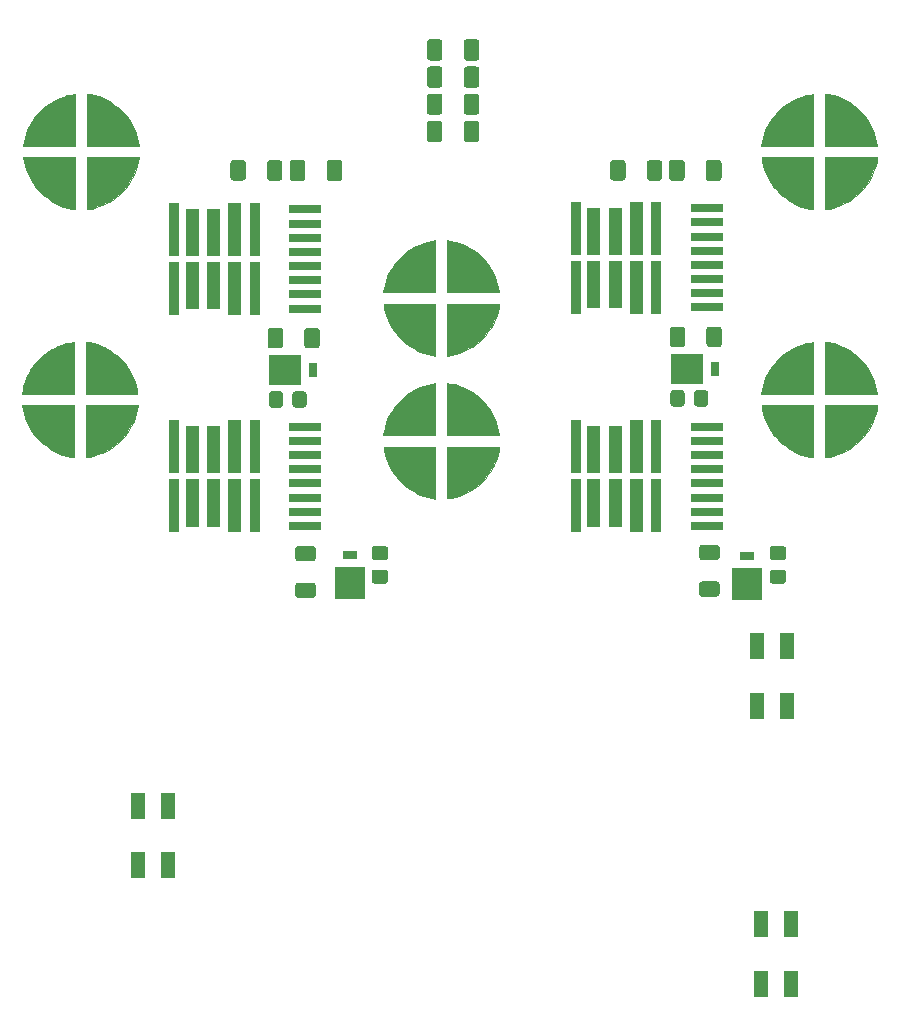
<source format=gtp>
G04 #@! TF.GenerationSoftware,KiCad,Pcbnew,(5.1.6)-1*
G04 #@! TF.CreationDate,2021-04-15T23:42:56+02:00*
G04 #@! TF.ProjectId,ThreePhaseInverter,54687265-6550-4686-9173-65496e766572,rev?*
G04 #@! TF.SameCoordinates,Original*
G04 #@! TF.FileFunction,Paste,Top*
G04 #@! TF.FilePolarity,Positive*
%FSLAX46Y46*%
G04 Gerber Fmt 4.6, Leading zero omitted, Abs format (unit mm)*
G04 Created by KiCad (PCBNEW (5.1.6)-1) date 2021-04-15 23:42:56*
%MOMM*%
%LPD*%
G01*
G04 APERTURE LIST*
%ADD10C,0.100000*%
%ADD11C,0.150000*%
%ADD12R,2.700000X0.800000*%
%ADD13R,1.270000X2.290000*%
%ADD14R,1.270000X0.762000*%
%ADD15R,2.540000X2.670000*%
%ADD16R,0.762000X1.270000*%
%ADD17R,2.670000X2.540000*%
G04 APERTURE END LIST*
D10*
G36*
X57900000Y-91100000D02*
G01*
X58175000Y-91150000D01*
X58525000Y-91225000D01*
X58875000Y-91325000D01*
X59175000Y-91425000D01*
X59425000Y-91525000D01*
X59650000Y-91650000D01*
X60050000Y-91900000D01*
X60225000Y-92025000D01*
X60600000Y-92300000D01*
X61100000Y-92800000D01*
X61275000Y-93025000D01*
X61425000Y-93225000D01*
X61550000Y-93425000D01*
X61675000Y-93650000D01*
X61800000Y-93900000D01*
X61925000Y-94175000D01*
X62050000Y-94525000D01*
X62150000Y-94850000D01*
X62225000Y-95175000D01*
X62275000Y-95500000D01*
X57900000Y-95500000D01*
X57900000Y-91100000D01*
G37*
X57900000Y-91100000D02*
X58175000Y-91150000D01*
X58525000Y-91225000D01*
X58875000Y-91325000D01*
X59175000Y-91425000D01*
X59425000Y-91525000D01*
X59650000Y-91650000D01*
X60050000Y-91900000D01*
X60225000Y-92025000D01*
X60600000Y-92300000D01*
X61100000Y-92800000D01*
X61275000Y-93025000D01*
X61425000Y-93225000D01*
X61550000Y-93425000D01*
X61675000Y-93650000D01*
X61800000Y-93900000D01*
X61925000Y-94175000D01*
X62050000Y-94525000D01*
X62150000Y-94850000D01*
X62225000Y-95175000D01*
X62275000Y-95500000D01*
X57900000Y-95500000D01*
X57900000Y-91100000D01*
G36*
X62300000Y-96500000D02*
G01*
X62250000Y-96775000D01*
X62175000Y-97125000D01*
X62075000Y-97475000D01*
X61975000Y-97775000D01*
X61875000Y-98025000D01*
X61750000Y-98250000D01*
X61500000Y-98650000D01*
X61375000Y-98825000D01*
X61100000Y-99200000D01*
X60600000Y-99700000D01*
X60375000Y-99875000D01*
X60175000Y-100025000D01*
X59975000Y-100150000D01*
X59750000Y-100275000D01*
X59500000Y-100400000D01*
X59225000Y-100525000D01*
X58875000Y-100650000D01*
X58550000Y-100750000D01*
X58225000Y-100825000D01*
X57900000Y-100875000D01*
X57900000Y-96500000D01*
X62300000Y-96500000D01*
G37*
X62300000Y-96500000D02*
X62250000Y-96775000D01*
X62175000Y-97125000D01*
X62075000Y-97475000D01*
X61975000Y-97775000D01*
X61875000Y-98025000D01*
X61750000Y-98250000D01*
X61500000Y-98650000D01*
X61375000Y-98825000D01*
X61100000Y-99200000D01*
X60600000Y-99700000D01*
X60375000Y-99875000D01*
X60175000Y-100025000D01*
X59975000Y-100150000D01*
X59750000Y-100275000D01*
X59500000Y-100400000D01*
X59225000Y-100525000D01*
X58875000Y-100650000D01*
X58550000Y-100750000D01*
X58225000Y-100825000D01*
X57900000Y-100875000D01*
X57900000Y-96500000D01*
X62300000Y-96500000D01*
G36*
X52500000Y-95500000D02*
G01*
X52550000Y-95225000D01*
X52625000Y-94875000D01*
X52725000Y-94525000D01*
X52825000Y-94225000D01*
X52925000Y-93975000D01*
X53050000Y-93750000D01*
X53300000Y-93350000D01*
X53425000Y-93175000D01*
X53700000Y-92800000D01*
X54200000Y-92300000D01*
X54425000Y-92125000D01*
X54625000Y-91975000D01*
X54825000Y-91850000D01*
X55050000Y-91725000D01*
X55300000Y-91600000D01*
X55575000Y-91475000D01*
X55925000Y-91350000D01*
X56250000Y-91250000D01*
X56575000Y-91175000D01*
X56900000Y-91125000D01*
X56900000Y-95500000D01*
X52500000Y-95500000D01*
G37*
X52500000Y-95500000D02*
X52550000Y-95225000D01*
X52625000Y-94875000D01*
X52725000Y-94525000D01*
X52825000Y-94225000D01*
X52925000Y-93975000D01*
X53050000Y-93750000D01*
X53300000Y-93350000D01*
X53425000Y-93175000D01*
X53700000Y-92800000D01*
X54200000Y-92300000D01*
X54425000Y-92125000D01*
X54625000Y-91975000D01*
X54825000Y-91850000D01*
X55050000Y-91725000D01*
X55300000Y-91600000D01*
X55575000Y-91475000D01*
X55925000Y-91350000D01*
X56250000Y-91250000D01*
X56575000Y-91175000D01*
X56900000Y-91125000D01*
X56900000Y-95500000D01*
X52500000Y-95500000D01*
G36*
X56900000Y-100900000D02*
G01*
X56625000Y-100850000D01*
X56275000Y-100775000D01*
X55925000Y-100675000D01*
X55625000Y-100575000D01*
X55375000Y-100475000D01*
X55150000Y-100350000D01*
X54750000Y-100100000D01*
X54575000Y-99975000D01*
X54200000Y-99700000D01*
X53700000Y-99200000D01*
X53525000Y-98975000D01*
X53375000Y-98775000D01*
X53250000Y-98575000D01*
X53125000Y-98350000D01*
X53000000Y-98100000D01*
X52875000Y-97825000D01*
X52750000Y-97475000D01*
X52650000Y-97150000D01*
X52575000Y-96825000D01*
X52525000Y-96500000D01*
X56900000Y-96500000D01*
X56900000Y-100900000D01*
G37*
X56900000Y-100900000D02*
X56625000Y-100850000D01*
X56275000Y-100775000D01*
X55925000Y-100675000D01*
X55625000Y-100575000D01*
X55375000Y-100475000D01*
X55150000Y-100350000D01*
X54750000Y-100100000D01*
X54575000Y-99975000D01*
X54200000Y-99700000D01*
X53700000Y-99200000D01*
X53525000Y-98975000D01*
X53375000Y-98775000D01*
X53250000Y-98575000D01*
X53125000Y-98350000D01*
X53000000Y-98100000D01*
X52875000Y-97825000D01*
X52750000Y-97475000D01*
X52650000Y-97150000D01*
X52575000Y-96825000D01*
X52525000Y-96500000D01*
X56900000Y-96500000D01*
X56900000Y-100900000D01*
G36*
X58000000Y-70100000D02*
G01*
X58275000Y-70150000D01*
X58625000Y-70225000D01*
X58975000Y-70325000D01*
X59275000Y-70425000D01*
X59525000Y-70525000D01*
X59750000Y-70650000D01*
X60150000Y-70900000D01*
X60325000Y-71025000D01*
X60700000Y-71300000D01*
X61200000Y-71800000D01*
X61375000Y-72025000D01*
X61525000Y-72225000D01*
X61650000Y-72425000D01*
X61775000Y-72650000D01*
X61900000Y-72900000D01*
X62025000Y-73175000D01*
X62150000Y-73525000D01*
X62250000Y-73850000D01*
X62325000Y-74175000D01*
X62375000Y-74500000D01*
X58000000Y-74500000D01*
X58000000Y-70100000D01*
G37*
X58000000Y-70100000D02*
X58275000Y-70150000D01*
X58625000Y-70225000D01*
X58975000Y-70325000D01*
X59275000Y-70425000D01*
X59525000Y-70525000D01*
X59750000Y-70650000D01*
X60150000Y-70900000D01*
X60325000Y-71025000D01*
X60700000Y-71300000D01*
X61200000Y-71800000D01*
X61375000Y-72025000D01*
X61525000Y-72225000D01*
X61650000Y-72425000D01*
X61775000Y-72650000D01*
X61900000Y-72900000D01*
X62025000Y-73175000D01*
X62150000Y-73525000D01*
X62250000Y-73850000D01*
X62325000Y-74175000D01*
X62375000Y-74500000D01*
X58000000Y-74500000D01*
X58000000Y-70100000D01*
G36*
X62400000Y-75500000D02*
G01*
X62350000Y-75775000D01*
X62275000Y-76125000D01*
X62175000Y-76475000D01*
X62075000Y-76775000D01*
X61975000Y-77025000D01*
X61850000Y-77250000D01*
X61600000Y-77650000D01*
X61475000Y-77825000D01*
X61200000Y-78200000D01*
X60700000Y-78700000D01*
X60475000Y-78875000D01*
X60275000Y-79025000D01*
X60075000Y-79150000D01*
X59850000Y-79275000D01*
X59600000Y-79400000D01*
X59325000Y-79525000D01*
X58975000Y-79650000D01*
X58650000Y-79750000D01*
X58325000Y-79825000D01*
X58000000Y-79875000D01*
X58000000Y-75500000D01*
X62400000Y-75500000D01*
G37*
X62400000Y-75500000D02*
X62350000Y-75775000D01*
X62275000Y-76125000D01*
X62175000Y-76475000D01*
X62075000Y-76775000D01*
X61975000Y-77025000D01*
X61850000Y-77250000D01*
X61600000Y-77650000D01*
X61475000Y-77825000D01*
X61200000Y-78200000D01*
X60700000Y-78700000D01*
X60475000Y-78875000D01*
X60275000Y-79025000D01*
X60075000Y-79150000D01*
X59850000Y-79275000D01*
X59600000Y-79400000D01*
X59325000Y-79525000D01*
X58975000Y-79650000D01*
X58650000Y-79750000D01*
X58325000Y-79825000D01*
X58000000Y-79875000D01*
X58000000Y-75500000D01*
X62400000Y-75500000D01*
G36*
X52600000Y-74500000D02*
G01*
X52650000Y-74225000D01*
X52725000Y-73875000D01*
X52825000Y-73525000D01*
X52925000Y-73225000D01*
X53025000Y-72975000D01*
X53150000Y-72750000D01*
X53400000Y-72350000D01*
X53525000Y-72175000D01*
X53800000Y-71800000D01*
X54300000Y-71300000D01*
X54525000Y-71125000D01*
X54725000Y-70975000D01*
X54925000Y-70850000D01*
X55150000Y-70725000D01*
X55400000Y-70600000D01*
X55675000Y-70475000D01*
X56025000Y-70350000D01*
X56350000Y-70250000D01*
X56675000Y-70175000D01*
X57000000Y-70125000D01*
X57000000Y-74500000D01*
X52600000Y-74500000D01*
G37*
X52600000Y-74500000D02*
X52650000Y-74225000D01*
X52725000Y-73875000D01*
X52825000Y-73525000D01*
X52925000Y-73225000D01*
X53025000Y-72975000D01*
X53150000Y-72750000D01*
X53400000Y-72350000D01*
X53525000Y-72175000D01*
X53800000Y-71800000D01*
X54300000Y-71300000D01*
X54525000Y-71125000D01*
X54725000Y-70975000D01*
X54925000Y-70850000D01*
X55150000Y-70725000D01*
X55400000Y-70600000D01*
X55675000Y-70475000D01*
X56025000Y-70350000D01*
X56350000Y-70250000D01*
X56675000Y-70175000D01*
X57000000Y-70125000D01*
X57000000Y-74500000D01*
X52600000Y-74500000D01*
G36*
X57000000Y-79900000D02*
G01*
X56725000Y-79850000D01*
X56375000Y-79775000D01*
X56025000Y-79675000D01*
X55725000Y-79575000D01*
X55475000Y-79475000D01*
X55250000Y-79350000D01*
X54850000Y-79100000D01*
X54675000Y-78975000D01*
X54300000Y-78700000D01*
X53800000Y-78200000D01*
X53625000Y-77975000D01*
X53475000Y-77775000D01*
X53350000Y-77575000D01*
X53225000Y-77350000D01*
X53100000Y-77100000D01*
X52975000Y-76825000D01*
X52850000Y-76475000D01*
X52750000Y-76150000D01*
X52675000Y-75825000D01*
X52625000Y-75500000D01*
X57000000Y-75500000D01*
X57000000Y-79900000D01*
G37*
X57000000Y-79900000D02*
X56725000Y-79850000D01*
X56375000Y-79775000D01*
X56025000Y-79675000D01*
X55725000Y-79575000D01*
X55475000Y-79475000D01*
X55250000Y-79350000D01*
X54850000Y-79100000D01*
X54675000Y-78975000D01*
X54300000Y-78700000D01*
X53800000Y-78200000D01*
X53625000Y-77975000D01*
X53475000Y-77775000D01*
X53350000Y-77575000D01*
X53225000Y-77350000D01*
X53100000Y-77100000D01*
X52975000Y-76825000D01*
X52850000Y-76475000D01*
X52750000Y-76150000D01*
X52675000Y-75825000D01*
X52625000Y-75500000D01*
X57000000Y-75500000D01*
X57000000Y-79900000D01*
G36*
X88500000Y-82500000D02*
G01*
X88775000Y-82550000D01*
X89125000Y-82625000D01*
X89475000Y-82725000D01*
X89775000Y-82825000D01*
X90025000Y-82925000D01*
X90250000Y-83050000D01*
X90650000Y-83300000D01*
X90825000Y-83425000D01*
X91200000Y-83700000D01*
X91700000Y-84200000D01*
X91875000Y-84425000D01*
X92025000Y-84625000D01*
X92150000Y-84825000D01*
X92275000Y-85050000D01*
X92400000Y-85300000D01*
X92525000Y-85575000D01*
X92650000Y-85925000D01*
X92750000Y-86250000D01*
X92825000Y-86575000D01*
X92875000Y-86900000D01*
X88500000Y-86900000D01*
X88500000Y-82500000D01*
G37*
X88500000Y-82500000D02*
X88775000Y-82550000D01*
X89125000Y-82625000D01*
X89475000Y-82725000D01*
X89775000Y-82825000D01*
X90025000Y-82925000D01*
X90250000Y-83050000D01*
X90650000Y-83300000D01*
X90825000Y-83425000D01*
X91200000Y-83700000D01*
X91700000Y-84200000D01*
X91875000Y-84425000D01*
X92025000Y-84625000D01*
X92150000Y-84825000D01*
X92275000Y-85050000D01*
X92400000Y-85300000D01*
X92525000Y-85575000D01*
X92650000Y-85925000D01*
X92750000Y-86250000D01*
X92825000Y-86575000D01*
X92875000Y-86900000D01*
X88500000Y-86900000D01*
X88500000Y-82500000D01*
G36*
X92900000Y-87900000D02*
G01*
X92850000Y-88175000D01*
X92775000Y-88525000D01*
X92675000Y-88875000D01*
X92575000Y-89175000D01*
X92475000Y-89425000D01*
X92350000Y-89650000D01*
X92100000Y-90050000D01*
X91975000Y-90225000D01*
X91700000Y-90600000D01*
X91200000Y-91100000D01*
X90975000Y-91275000D01*
X90775000Y-91425000D01*
X90575000Y-91550000D01*
X90350000Y-91675000D01*
X90100000Y-91800000D01*
X89825000Y-91925000D01*
X89475000Y-92050000D01*
X89150000Y-92150000D01*
X88825000Y-92225000D01*
X88500000Y-92275000D01*
X88500000Y-87900000D01*
X92900000Y-87900000D01*
G37*
X92900000Y-87900000D02*
X92850000Y-88175000D01*
X92775000Y-88525000D01*
X92675000Y-88875000D01*
X92575000Y-89175000D01*
X92475000Y-89425000D01*
X92350000Y-89650000D01*
X92100000Y-90050000D01*
X91975000Y-90225000D01*
X91700000Y-90600000D01*
X91200000Y-91100000D01*
X90975000Y-91275000D01*
X90775000Y-91425000D01*
X90575000Y-91550000D01*
X90350000Y-91675000D01*
X90100000Y-91800000D01*
X89825000Y-91925000D01*
X89475000Y-92050000D01*
X89150000Y-92150000D01*
X88825000Y-92225000D01*
X88500000Y-92275000D01*
X88500000Y-87900000D01*
X92900000Y-87900000D01*
G36*
X83100000Y-86900000D02*
G01*
X83150000Y-86625000D01*
X83225000Y-86275000D01*
X83325000Y-85925000D01*
X83425000Y-85625000D01*
X83525000Y-85375000D01*
X83650000Y-85150000D01*
X83900000Y-84750000D01*
X84025000Y-84575000D01*
X84300000Y-84200000D01*
X84800000Y-83700000D01*
X85025000Y-83525000D01*
X85225000Y-83375000D01*
X85425000Y-83250000D01*
X85650000Y-83125000D01*
X85900000Y-83000000D01*
X86175000Y-82875000D01*
X86525000Y-82750000D01*
X86850000Y-82650000D01*
X87175000Y-82575000D01*
X87500000Y-82525000D01*
X87500000Y-86900000D01*
X83100000Y-86900000D01*
G37*
X83100000Y-86900000D02*
X83150000Y-86625000D01*
X83225000Y-86275000D01*
X83325000Y-85925000D01*
X83425000Y-85625000D01*
X83525000Y-85375000D01*
X83650000Y-85150000D01*
X83900000Y-84750000D01*
X84025000Y-84575000D01*
X84300000Y-84200000D01*
X84800000Y-83700000D01*
X85025000Y-83525000D01*
X85225000Y-83375000D01*
X85425000Y-83250000D01*
X85650000Y-83125000D01*
X85900000Y-83000000D01*
X86175000Y-82875000D01*
X86525000Y-82750000D01*
X86850000Y-82650000D01*
X87175000Y-82575000D01*
X87500000Y-82525000D01*
X87500000Y-86900000D01*
X83100000Y-86900000D01*
G36*
X87500000Y-92300000D02*
G01*
X87225000Y-92250000D01*
X86875000Y-92175000D01*
X86525000Y-92075000D01*
X86225000Y-91975000D01*
X85975000Y-91875000D01*
X85750000Y-91750000D01*
X85350000Y-91500000D01*
X85175000Y-91375000D01*
X84800000Y-91100000D01*
X84300000Y-90600000D01*
X84125000Y-90375000D01*
X83975000Y-90175000D01*
X83850000Y-89975000D01*
X83725000Y-89750000D01*
X83600000Y-89500000D01*
X83475000Y-89225000D01*
X83350000Y-88875000D01*
X83250000Y-88550000D01*
X83175000Y-88225000D01*
X83125000Y-87900000D01*
X87500000Y-87900000D01*
X87500000Y-92300000D01*
G37*
X87500000Y-92300000D02*
X87225000Y-92250000D01*
X86875000Y-92175000D01*
X86525000Y-92075000D01*
X86225000Y-91975000D01*
X85975000Y-91875000D01*
X85750000Y-91750000D01*
X85350000Y-91500000D01*
X85175000Y-91375000D01*
X84800000Y-91100000D01*
X84300000Y-90600000D01*
X84125000Y-90375000D01*
X83975000Y-90175000D01*
X83850000Y-89975000D01*
X83725000Y-89750000D01*
X83600000Y-89500000D01*
X83475000Y-89225000D01*
X83350000Y-88875000D01*
X83250000Y-88550000D01*
X83175000Y-88225000D01*
X83125000Y-87900000D01*
X87500000Y-87900000D01*
X87500000Y-92300000D01*
G36*
X88500000Y-94600000D02*
G01*
X88775000Y-94650000D01*
X89125000Y-94725000D01*
X89475000Y-94825000D01*
X89775000Y-94925000D01*
X90025000Y-95025000D01*
X90250000Y-95150000D01*
X90650000Y-95400000D01*
X90825000Y-95525000D01*
X91200000Y-95800000D01*
X91700000Y-96300000D01*
X91875000Y-96525000D01*
X92025000Y-96725000D01*
X92150000Y-96925000D01*
X92275000Y-97150000D01*
X92400000Y-97400000D01*
X92525000Y-97675000D01*
X92650000Y-98025000D01*
X92750000Y-98350000D01*
X92825000Y-98675000D01*
X92875000Y-99000000D01*
X88500000Y-99000000D01*
X88500000Y-94600000D01*
G37*
X88500000Y-94600000D02*
X88775000Y-94650000D01*
X89125000Y-94725000D01*
X89475000Y-94825000D01*
X89775000Y-94925000D01*
X90025000Y-95025000D01*
X90250000Y-95150000D01*
X90650000Y-95400000D01*
X90825000Y-95525000D01*
X91200000Y-95800000D01*
X91700000Y-96300000D01*
X91875000Y-96525000D01*
X92025000Y-96725000D01*
X92150000Y-96925000D01*
X92275000Y-97150000D01*
X92400000Y-97400000D01*
X92525000Y-97675000D01*
X92650000Y-98025000D01*
X92750000Y-98350000D01*
X92825000Y-98675000D01*
X92875000Y-99000000D01*
X88500000Y-99000000D01*
X88500000Y-94600000D01*
G36*
X92900000Y-100000000D02*
G01*
X92850000Y-100275000D01*
X92775000Y-100625000D01*
X92675000Y-100975000D01*
X92575000Y-101275000D01*
X92475000Y-101525000D01*
X92350000Y-101750000D01*
X92100000Y-102150000D01*
X91975000Y-102325000D01*
X91700000Y-102700000D01*
X91200000Y-103200000D01*
X90975000Y-103375000D01*
X90775000Y-103525000D01*
X90575000Y-103650000D01*
X90350000Y-103775000D01*
X90100000Y-103900000D01*
X89825000Y-104025000D01*
X89475000Y-104150000D01*
X89150000Y-104250000D01*
X88825000Y-104325000D01*
X88500000Y-104375000D01*
X88500000Y-100000000D01*
X92900000Y-100000000D01*
G37*
X92900000Y-100000000D02*
X92850000Y-100275000D01*
X92775000Y-100625000D01*
X92675000Y-100975000D01*
X92575000Y-101275000D01*
X92475000Y-101525000D01*
X92350000Y-101750000D01*
X92100000Y-102150000D01*
X91975000Y-102325000D01*
X91700000Y-102700000D01*
X91200000Y-103200000D01*
X90975000Y-103375000D01*
X90775000Y-103525000D01*
X90575000Y-103650000D01*
X90350000Y-103775000D01*
X90100000Y-103900000D01*
X89825000Y-104025000D01*
X89475000Y-104150000D01*
X89150000Y-104250000D01*
X88825000Y-104325000D01*
X88500000Y-104375000D01*
X88500000Y-100000000D01*
X92900000Y-100000000D01*
G36*
X83100000Y-99000000D02*
G01*
X83150000Y-98725000D01*
X83225000Y-98375000D01*
X83325000Y-98025000D01*
X83425000Y-97725000D01*
X83525000Y-97475000D01*
X83650000Y-97250000D01*
X83900000Y-96850000D01*
X84025000Y-96675000D01*
X84300000Y-96300000D01*
X84800000Y-95800000D01*
X85025000Y-95625000D01*
X85225000Y-95475000D01*
X85425000Y-95350000D01*
X85650000Y-95225000D01*
X85900000Y-95100000D01*
X86175000Y-94975000D01*
X86525000Y-94850000D01*
X86850000Y-94750000D01*
X87175000Y-94675000D01*
X87500000Y-94625000D01*
X87500000Y-99000000D01*
X83100000Y-99000000D01*
G37*
X83100000Y-99000000D02*
X83150000Y-98725000D01*
X83225000Y-98375000D01*
X83325000Y-98025000D01*
X83425000Y-97725000D01*
X83525000Y-97475000D01*
X83650000Y-97250000D01*
X83900000Y-96850000D01*
X84025000Y-96675000D01*
X84300000Y-96300000D01*
X84800000Y-95800000D01*
X85025000Y-95625000D01*
X85225000Y-95475000D01*
X85425000Y-95350000D01*
X85650000Y-95225000D01*
X85900000Y-95100000D01*
X86175000Y-94975000D01*
X86525000Y-94850000D01*
X86850000Y-94750000D01*
X87175000Y-94675000D01*
X87500000Y-94625000D01*
X87500000Y-99000000D01*
X83100000Y-99000000D01*
G36*
X87500000Y-104400000D02*
G01*
X87225000Y-104350000D01*
X86875000Y-104275000D01*
X86525000Y-104175000D01*
X86225000Y-104075000D01*
X85975000Y-103975000D01*
X85750000Y-103850000D01*
X85350000Y-103600000D01*
X85175000Y-103475000D01*
X84800000Y-103200000D01*
X84300000Y-102700000D01*
X84125000Y-102475000D01*
X83975000Y-102275000D01*
X83850000Y-102075000D01*
X83725000Y-101850000D01*
X83600000Y-101600000D01*
X83475000Y-101325000D01*
X83350000Y-100975000D01*
X83250000Y-100650000D01*
X83175000Y-100325000D01*
X83125000Y-100000000D01*
X87500000Y-100000000D01*
X87500000Y-104400000D01*
G37*
X87500000Y-104400000D02*
X87225000Y-104350000D01*
X86875000Y-104275000D01*
X86525000Y-104175000D01*
X86225000Y-104075000D01*
X85975000Y-103975000D01*
X85750000Y-103850000D01*
X85350000Y-103600000D01*
X85175000Y-103475000D01*
X84800000Y-103200000D01*
X84300000Y-102700000D01*
X84125000Y-102475000D01*
X83975000Y-102275000D01*
X83850000Y-102075000D01*
X83725000Y-101850000D01*
X83600000Y-101600000D01*
X83475000Y-101325000D01*
X83350000Y-100975000D01*
X83250000Y-100650000D01*
X83175000Y-100325000D01*
X83125000Y-100000000D01*
X87500000Y-100000000D01*
X87500000Y-104400000D01*
G36*
X120500000Y-70100000D02*
G01*
X120775000Y-70150000D01*
X121125000Y-70225000D01*
X121475000Y-70325000D01*
X121775000Y-70425000D01*
X122025000Y-70525000D01*
X122250000Y-70650000D01*
X122650000Y-70900000D01*
X122825000Y-71025000D01*
X123200000Y-71300000D01*
X123700000Y-71800000D01*
X123875000Y-72025000D01*
X124025000Y-72225000D01*
X124150000Y-72425000D01*
X124275000Y-72650000D01*
X124400000Y-72900000D01*
X124525000Y-73175000D01*
X124650000Y-73525000D01*
X124750000Y-73850000D01*
X124825000Y-74175000D01*
X124875000Y-74500000D01*
X120500000Y-74500000D01*
X120500000Y-70100000D01*
G37*
X120500000Y-70100000D02*
X120775000Y-70150000D01*
X121125000Y-70225000D01*
X121475000Y-70325000D01*
X121775000Y-70425000D01*
X122025000Y-70525000D01*
X122250000Y-70650000D01*
X122650000Y-70900000D01*
X122825000Y-71025000D01*
X123200000Y-71300000D01*
X123700000Y-71800000D01*
X123875000Y-72025000D01*
X124025000Y-72225000D01*
X124150000Y-72425000D01*
X124275000Y-72650000D01*
X124400000Y-72900000D01*
X124525000Y-73175000D01*
X124650000Y-73525000D01*
X124750000Y-73850000D01*
X124825000Y-74175000D01*
X124875000Y-74500000D01*
X120500000Y-74500000D01*
X120500000Y-70100000D01*
G36*
X124900000Y-75500000D02*
G01*
X124850000Y-75775000D01*
X124775000Y-76125000D01*
X124675000Y-76475000D01*
X124575000Y-76775000D01*
X124475000Y-77025000D01*
X124350000Y-77250000D01*
X124100000Y-77650000D01*
X123975000Y-77825000D01*
X123700000Y-78200000D01*
X123200000Y-78700000D01*
X122975000Y-78875000D01*
X122775000Y-79025000D01*
X122575000Y-79150000D01*
X122350000Y-79275000D01*
X122100000Y-79400000D01*
X121825000Y-79525000D01*
X121475000Y-79650000D01*
X121150000Y-79750000D01*
X120825000Y-79825000D01*
X120500000Y-79875000D01*
X120500000Y-75500000D01*
X124900000Y-75500000D01*
G37*
X124900000Y-75500000D02*
X124850000Y-75775000D01*
X124775000Y-76125000D01*
X124675000Y-76475000D01*
X124575000Y-76775000D01*
X124475000Y-77025000D01*
X124350000Y-77250000D01*
X124100000Y-77650000D01*
X123975000Y-77825000D01*
X123700000Y-78200000D01*
X123200000Y-78700000D01*
X122975000Y-78875000D01*
X122775000Y-79025000D01*
X122575000Y-79150000D01*
X122350000Y-79275000D01*
X122100000Y-79400000D01*
X121825000Y-79525000D01*
X121475000Y-79650000D01*
X121150000Y-79750000D01*
X120825000Y-79825000D01*
X120500000Y-79875000D01*
X120500000Y-75500000D01*
X124900000Y-75500000D01*
G36*
X115100000Y-74500000D02*
G01*
X115150000Y-74225000D01*
X115225000Y-73875000D01*
X115325000Y-73525000D01*
X115425000Y-73225000D01*
X115525000Y-72975000D01*
X115650000Y-72750000D01*
X115900000Y-72350000D01*
X116025000Y-72175000D01*
X116300000Y-71800000D01*
X116800000Y-71300000D01*
X117025000Y-71125000D01*
X117225000Y-70975000D01*
X117425000Y-70850000D01*
X117650000Y-70725000D01*
X117900000Y-70600000D01*
X118175000Y-70475000D01*
X118525000Y-70350000D01*
X118850000Y-70250000D01*
X119175000Y-70175000D01*
X119500000Y-70125000D01*
X119500000Y-74500000D01*
X115100000Y-74500000D01*
G37*
X115100000Y-74500000D02*
X115150000Y-74225000D01*
X115225000Y-73875000D01*
X115325000Y-73525000D01*
X115425000Y-73225000D01*
X115525000Y-72975000D01*
X115650000Y-72750000D01*
X115900000Y-72350000D01*
X116025000Y-72175000D01*
X116300000Y-71800000D01*
X116800000Y-71300000D01*
X117025000Y-71125000D01*
X117225000Y-70975000D01*
X117425000Y-70850000D01*
X117650000Y-70725000D01*
X117900000Y-70600000D01*
X118175000Y-70475000D01*
X118525000Y-70350000D01*
X118850000Y-70250000D01*
X119175000Y-70175000D01*
X119500000Y-70125000D01*
X119500000Y-74500000D01*
X115100000Y-74500000D01*
G36*
X119500000Y-79900000D02*
G01*
X119225000Y-79850000D01*
X118875000Y-79775000D01*
X118525000Y-79675000D01*
X118225000Y-79575000D01*
X117975000Y-79475000D01*
X117750000Y-79350000D01*
X117350000Y-79100000D01*
X117175000Y-78975000D01*
X116800000Y-78700000D01*
X116300000Y-78200000D01*
X116125000Y-77975000D01*
X115975000Y-77775000D01*
X115850000Y-77575000D01*
X115725000Y-77350000D01*
X115600000Y-77100000D01*
X115475000Y-76825000D01*
X115350000Y-76475000D01*
X115250000Y-76150000D01*
X115175000Y-75825000D01*
X115125000Y-75500000D01*
X119500000Y-75500000D01*
X119500000Y-79900000D01*
G37*
X119500000Y-79900000D02*
X119225000Y-79850000D01*
X118875000Y-79775000D01*
X118525000Y-79675000D01*
X118225000Y-79575000D01*
X117975000Y-79475000D01*
X117750000Y-79350000D01*
X117350000Y-79100000D01*
X117175000Y-78975000D01*
X116800000Y-78700000D01*
X116300000Y-78200000D01*
X116125000Y-77975000D01*
X115975000Y-77775000D01*
X115850000Y-77575000D01*
X115725000Y-77350000D01*
X115600000Y-77100000D01*
X115475000Y-76825000D01*
X115350000Y-76475000D01*
X115250000Y-76150000D01*
X115175000Y-75825000D01*
X115125000Y-75500000D01*
X119500000Y-75500000D01*
X119500000Y-79900000D01*
G36*
X120500000Y-91100000D02*
G01*
X120775000Y-91150000D01*
X121125000Y-91225000D01*
X121475000Y-91325000D01*
X121775000Y-91425000D01*
X122025000Y-91525000D01*
X122250000Y-91650000D01*
X122650000Y-91900000D01*
X122825000Y-92025000D01*
X123200000Y-92300000D01*
X123700000Y-92800000D01*
X123875000Y-93025000D01*
X124025000Y-93225000D01*
X124150000Y-93425000D01*
X124275000Y-93650000D01*
X124400000Y-93900000D01*
X124525000Y-94175000D01*
X124650000Y-94525000D01*
X124750000Y-94850000D01*
X124825000Y-95175000D01*
X124875000Y-95500000D01*
X120500000Y-95500000D01*
X120500000Y-91100000D01*
G37*
X120500000Y-91100000D02*
X120775000Y-91150000D01*
X121125000Y-91225000D01*
X121475000Y-91325000D01*
X121775000Y-91425000D01*
X122025000Y-91525000D01*
X122250000Y-91650000D01*
X122650000Y-91900000D01*
X122825000Y-92025000D01*
X123200000Y-92300000D01*
X123700000Y-92800000D01*
X123875000Y-93025000D01*
X124025000Y-93225000D01*
X124150000Y-93425000D01*
X124275000Y-93650000D01*
X124400000Y-93900000D01*
X124525000Y-94175000D01*
X124650000Y-94525000D01*
X124750000Y-94850000D01*
X124825000Y-95175000D01*
X124875000Y-95500000D01*
X120500000Y-95500000D01*
X120500000Y-91100000D01*
G36*
X124900000Y-96500000D02*
G01*
X124850000Y-96775000D01*
X124775000Y-97125000D01*
X124675000Y-97475000D01*
X124575000Y-97775000D01*
X124475000Y-98025000D01*
X124350000Y-98250000D01*
X124100000Y-98650000D01*
X123975000Y-98825000D01*
X123700000Y-99200000D01*
X123200000Y-99700000D01*
X122975000Y-99875000D01*
X122775000Y-100025000D01*
X122575000Y-100150000D01*
X122350000Y-100275000D01*
X122100000Y-100400000D01*
X121825000Y-100525000D01*
X121475000Y-100650000D01*
X121150000Y-100750000D01*
X120825000Y-100825000D01*
X120500000Y-100875000D01*
X120500000Y-96500000D01*
X124900000Y-96500000D01*
G37*
X124900000Y-96500000D02*
X124850000Y-96775000D01*
X124775000Y-97125000D01*
X124675000Y-97475000D01*
X124575000Y-97775000D01*
X124475000Y-98025000D01*
X124350000Y-98250000D01*
X124100000Y-98650000D01*
X123975000Y-98825000D01*
X123700000Y-99200000D01*
X123200000Y-99700000D01*
X122975000Y-99875000D01*
X122775000Y-100025000D01*
X122575000Y-100150000D01*
X122350000Y-100275000D01*
X122100000Y-100400000D01*
X121825000Y-100525000D01*
X121475000Y-100650000D01*
X121150000Y-100750000D01*
X120825000Y-100825000D01*
X120500000Y-100875000D01*
X120500000Y-96500000D01*
X124900000Y-96500000D01*
G36*
X115100000Y-95500000D02*
G01*
X115150000Y-95225000D01*
X115225000Y-94875000D01*
X115325000Y-94525000D01*
X115425000Y-94225000D01*
X115525000Y-93975000D01*
X115650000Y-93750000D01*
X115900000Y-93350000D01*
X116025000Y-93175000D01*
X116300000Y-92800000D01*
X116800000Y-92300000D01*
X117025000Y-92125000D01*
X117225000Y-91975000D01*
X117425000Y-91850000D01*
X117650000Y-91725000D01*
X117900000Y-91600000D01*
X118175000Y-91475000D01*
X118525000Y-91350000D01*
X118850000Y-91250000D01*
X119175000Y-91175000D01*
X119500000Y-91125000D01*
X119500000Y-95500000D01*
X115100000Y-95500000D01*
G37*
X115100000Y-95500000D02*
X115150000Y-95225000D01*
X115225000Y-94875000D01*
X115325000Y-94525000D01*
X115425000Y-94225000D01*
X115525000Y-93975000D01*
X115650000Y-93750000D01*
X115900000Y-93350000D01*
X116025000Y-93175000D01*
X116300000Y-92800000D01*
X116800000Y-92300000D01*
X117025000Y-92125000D01*
X117225000Y-91975000D01*
X117425000Y-91850000D01*
X117650000Y-91725000D01*
X117900000Y-91600000D01*
X118175000Y-91475000D01*
X118525000Y-91350000D01*
X118850000Y-91250000D01*
X119175000Y-91175000D01*
X119500000Y-91125000D01*
X119500000Y-95500000D01*
X115100000Y-95500000D01*
G36*
X119500000Y-100900000D02*
G01*
X119225000Y-100850000D01*
X118875000Y-100775000D01*
X118525000Y-100675000D01*
X118225000Y-100575000D01*
X117975000Y-100475000D01*
X117750000Y-100350000D01*
X117350000Y-100100000D01*
X117175000Y-99975000D01*
X116800000Y-99700000D01*
X116300000Y-99200000D01*
X116125000Y-98975000D01*
X115975000Y-98775000D01*
X115850000Y-98575000D01*
X115725000Y-98350000D01*
X115600000Y-98100000D01*
X115475000Y-97825000D01*
X115350000Y-97475000D01*
X115250000Y-97150000D01*
X115175000Y-96825000D01*
X115125000Y-96500000D01*
X119500000Y-96500000D01*
X119500000Y-100900000D01*
G37*
X119500000Y-100900000D02*
X119225000Y-100850000D01*
X118875000Y-100775000D01*
X118525000Y-100675000D01*
X118225000Y-100575000D01*
X117975000Y-100475000D01*
X117750000Y-100350000D01*
X117350000Y-100100000D01*
X117175000Y-99975000D01*
X116800000Y-99700000D01*
X116300000Y-99200000D01*
X116125000Y-98975000D01*
X115975000Y-98775000D01*
X115850000Y-98575000D01*
X115725000Y-98350000D01*
X115600000Y-98100000D01*
X115475000Y-97825000D01*
X115350000Y-97475000D01*
X115250000Y-97150000D01*
X115175000Y-96825000D01*
X115125000Y-96500000D01*
X119500000Y-96500000D01*
X119500000Y-100900000D01*
D11*
G36*
X66362500Y-79850000D02*
G01*
X67462500Y-79850000D01*
X67462500Y-83850000D01*
X66362500Y-83850000D01*
X66362500Y-79850000D01*
G37*
G36*
X66362500Y-84350000D02*
G01*
X67462500Y-84350000D01*
X67462500Y-88350000D01*
X66362500Y-88350000D01*
X66362500Y-84350000D01*
G37*
G36*
X68162500Y-79850000D02*
G01*
X69262500Y-79850000D01*
X69262500Y-83850000D01*
X68162500Y-83850000D01*
X68162500Y-79850000D01*
G37*
G36*
X68162500Y-84350000D02*
G01*
X69262500Y-84350000D01*
X69262500Y-88350000D01*
X68162500Y-88350000D01*
X68162500Y-84350000D01*
G37*
G36*
X69962500Y-79350000D02*
G01*
X71062500Y-79350000D01*
X71062500Y-83850000D01*
X69962500Y-83850000D01*
X69962500Y-79350000D01*
G37*
G36*
X69962500Y-84350000D02*
G01*
X71062500Y-84350000D01*
X71062500Y-88850000D01*
X69962500Y-88850000D01*
X69962500Y-84350000D01*
G37*
G36*
X71762500Y-79350000D02*
G01*
X72612500Y-79350000D01*
X72612500Y-83850000D01*
X71762500Y-83850000D01*
X71762500Y-79350000D01*
G37*
G36*
X71762500Y-84350000D02*
G01*
X72612500Y-84350000D01*
X72612500Y-88850000D01*
X71762500Y-88850000D01*
X71762500Y-84350000D01*
G37*
G36*
X64975000Y-79350000D02*
G01*
X65825000Y-79350000D01*
X65825000Y-83850000D01*
X64975000Y-83850000D01*
X64975000Y-79350000D01*
G37*
G36*
X64975000Y-84350000D02*
G01*
X65825000Y-84350000D01*
X65825000Y-88850000D01*
X64975000Y-88850000D01*
X64975000Y-84350000D01*
G37*
D12*
X76500000Y-85900000D03*
X76500000Y-84700000D03*
X76500000Y-79900000D03*
X76500000Y-81100000D03*
X76500000Y-83500000D03*
X76500000Y-82300000D03*
X76500000Y-87100000D03*
X76500000Y-88300000D03*
D11*
G36*
X66362500Y-98250000D02*
G01*
X67462500Y-98250000D01*
X67462500Y-102250000D01*
X66362500Y-102250000D01*
X66362500Y-98250000D01*
G37*
G36*
X66362500Y-102750000D02*
G01*
X67462500Y-102750000D01*
X67462500Y-106750000D01*
X66362500Y-106750000D01*
X66362500Y-102750000D01*
G37*
G36*
X68162500Y-98250000D02*
G01*
X69262500Y-98250000D01*
X69262500Y-102250000D01*
X68162500Y-102250000D01*
X68162500Y-98250000D01*
G37*
G36*
X68162500Y-102750000D02*
G01*
X69262500Y-102750000D01*
X69262500Y-106750000D01*
X68162500Y-106750000D01*
X68162500Y-102750000D01*
G37*
G36*
X69962500Y-97750000D02*
G01*
X71062500Y-97750000D01*
X71062500Y-102250000D01*
X69962500Y-102250000D01*
X69962500Y-97750000D01*
G37*
G36*
X69962500Y-102750000D02*
G01*
X71062500Y-102750000D01*
X71062500Y-107250000D01*
X69962500Y-107250000D01*
X69962500Y-102750000D01*
G37*
G36*
X71762500Y-97750000D02*
G01*
X72612500Y-97750000D01*
X72612500Y-102250000D01*
X71762500Y-102250000D01*
X71762500Y-97750000D01*
G37*
G36*
X71762500Y-102750000D02*
G01*
X72612500Y-102750000D01*
X72612500Y-107250000D01*
X71762500Y-107250000D01*
X71762500Y-102750000D01*
G37*
G36*
X64975000Y-97750000D02*
G01*
X65825000Y-97750000D01*
X65825000Y-102250000D01*
X64975000Y-102250000D01*
X64975000Y-97750000D01*
G37*
G36*
X64975000Y-102750000D02*
G01*
X65825000Y-102750000D01*
X65825000Y-107250000D01*
X64975000Y-107250000D01*
X64975000Y-102750000D01*
G37*
D12*
X76500000Y-104300000D03*
X76500000Y-103100000D03*
X76500000Y-98300000D03*
X76500000Y-99500000D03*
X76500000Y-101900000D03*
X76500000Y-100700000D03*
X76500000Y-105500000D03*
X76500000Y-106700000D03*
D11*
G36*
X100362500Y-79750000D02*
G01*
X101462500Y-79750000D01*
X101462500Y-83750000D01*
X100362500Y-83750000D01*
X100362500Y-79750000D01*
G37*
G36*
X100362500Y-84250000D02*
G01*
X101462500Y-84250000D01*
X101462500Y-88250000D01*
X100362500Y-88250000D01*
X100362500Y-84250000D01*
G37*
G36*
X102162500Y-79750000D02*
G01*
X103262500Y-79750000D01*
X103262500Y-83750000D01*
X102162500Y-83750000D01*
X102162500Y-79750000D01*
G37*
G36*
X102162500Y-84250000D02*
G01*
X103262500Y-84250000D01*
X103262500Y-88250000D01*
X102162500Y-88250000D01*
X102162500Y-84250000D01*
G37*
G36*
X103962500Y-79250000D02*
G01*
X105062500Y-79250000D01*
X105062500Y-83750000D01*
X103962500Y-83750000D01*
X103962500Y-79250000D01*
G37*
G36*
X103962500Y-84250000D02*
G01*
X105062500Y-84250000D01*
X105062500Y-88750000D01*
X103962500Y-88750000D01*
X103962500Y-84250000D01*
G37*
G36*
X105762500Y-79250000D02*
G01*
X106612500Y-79250000D01*
X106612500Y-83750000D01*
X105762500Y-83750000D01*
X105762500Y-79250000D01*
G37*
G36*
X105762500Y-84250000D02*
G01*
X106612500Y-84250000D01*
X106612500Y-88750000D01*
X105762500Y-88750000D01*
X105762500Y-84250000D01*
G37*
G36*
X98975000Y-79250000D02*
G01*
X99825000Y-79250000D01*
X99825000Y-83750000D01*
X98975000Y-83750000D01*
X98975000Y-79250000D01*
G37*
G36*
X98975000Y-84250000D02*
G01*
X99825000Y-84250000D01*
X99825000Y-88750000D01*
X98975000Y-88750000D01*
X98975000Y-84250000D01*
G37*
D12*
X110500000Y-85800000D03*
X110500000Y-84600000D03*
X110500000Y-79800000D03*
X110500000Y-81000000D03*
X110500000Y-83400000D03*
X110500000Y-82200000D03*
X110500000Y-87000000D03*
X110500000Y-88200000D03*
D11*
G36*
X100362500Y-98250000D02*
G01*
X101462500Y-98250000D01*
X101462500Y-102250000D01*
X100362500Y-102250000D01*
X100362500Y-98250000D01*
G37*
G36*
X100362500Y-102750000D02*
G01*
X101462500Y-102750000D01*
X101462500Y-106750000D01*
X100362500Y-106750000D01*
X100362500Y-102750000D01*
G37*
G36*
X102162500Y-98250000D02*
G01*
X103262500Y-98250000D01*
X103262500Y-102250000D01*
X102162500Y-102250000D01*
X102162500Y-98250000D01*
G37*
G36*
X102162500Y-102750000D02*
G01*
X103262500Y-102750000D01*
X103262500Y-106750000D01*
X102162500Y-106750000D01*
X102162500Y-102750000D01*
G37*
G36*
X103962500Y-97750000D02*
G01*
X105062500Y-97750000D01*
X105062500Y-102250000D01*
X103962500Y-102250000D01*
X103962500Y-97750000D01*
G37*
G36*
X103962500Y-102750000D02*
G01*
X105062500Y-102750000D01*
X105062500Y-107250000D01*
X103962500Y-107250000D01*
X103962500Y-102750000D01*
G37*
G36*
X105762500Y-97750000D02*
G01*
X106612500Y-97750000D01*
X106612500Y-102250000D01*
X105762500Y-102250000D01*
X105762500Y-97750000D01*
G37*
G36*
X105762500Y-102750000D02*
G01*
X106612500Y-102750000D01*
X106612500Y-107250000D01*
X105762500Y-107250000D01*
X105762500Y-102750000D01*
G37*
G36*
X98975000Y-97750000D02*
G01*
X99825000Y-97750000D01*
X99825000Y-102250000D01*
X98975000Y-102250000D01*
X98975000Y-97750000D01*
G37*
G36*
X98975000Y-102750000D02*
G01*
X99825000Y-102750000D01*
X99825000Y-107250000D01*
X98975000Y-107250000D01*
X98975000Y-102750000D01*
G37*
D12*
X110500000Y-104300000D03*
X110500000Y-103100000D03*
X110500000Y-98300000D03*
X110500000Y-99500000D03*
X110500000Y-101900000D03*
X110500000Y-100700000D03*
X110500000Y-105500000D03*
X110500000Y-106700000D03*
D13*
X117590000Y-145495000D03*
X115050000Y-145495000D03*
X117590000Y-140445000D03*
X115050000Y-140445000D03*
X114690000Y-116855000D03*
X117230000Y-116855000D03*
X114690000Y-121905000D03*
X117230000Y-121905000D03*
X64890000Y-135445000D03*
X62350000Y-135445000D03*
X64890000Y-130395000D03*
X62350000Y-130395000D03*
D14*
X113900000Y-109249000D03*
D15*
X113900000Y-111600000D03*
D16*
X111151000Y-93400000D03*
D17*
X108800000Y-93400000D03*
D14*
X80300000Y-109149000D03*
D15*
X80300000Y-111500000D03*
D16*
X77151000Y-93500000D03*
D17*
X74800000Y-93500000D03*
G36*
G01*
X111325000Y-109600000D02*
X110075000Y-109600000D01*
G75*
G02*
X109825000Y-109350000I0J250000D01*
G01*
X109825000Y-108550000D01*
G75*
G02*
X110075000Y-108300000I250000J0D01*
G01*
X111325000Y-108300000D01*
G75*
G02*
X111575000Y-108550000I0J-250000D01*
G01*
X111575000Y-109350000D01*
G75*
G02*
X111325000Y-109600000I-250000J0D01*
G01*
G37*
G36*
G01*
X111325000Y-112700000D02*
X110075000Y-112700000D01*
G75*
G02*
X109825000Y-112450000I0J250000D01*
G01*
X109825000Y-111650000D01*
G75*
G02*
X110075000Y-111400000I250000J0D01*
G01*
X111325000Y-111400000D01*
G75*
G02*
X111575000Y-111650000I0J-250000D01*
G01*
X111575000Y-112450000D01*
G75*
G02*
X111325000Y-112700000I-250000J0D01*
G01*
G37*
G36*
G01*
X110450000Y-91325000D02*
X110450000Y-90075000D01*
G75*
G02*
X110700000Y-89825000I250000J0D01*
G01*
X111500000Y-89825000D01*
G75*
G02*
X111750000Y-90075000I0J-250000D01*
G01*
X111750000Y-91325000D01*
G75*
G02*
X111500000Y-91575000I-250000J0D01*
G01*
X110700000Y-91575000D01*
G75*
G02*
X110450000Y-91325000I0J250000D01*
G01*
G37*
G36*
G01*
X107350000Y-91325000D02*
X107350000Y-90075000D01*
G75*
G02*
X107600000Y-89825000I250000J0D01*
G01*
X108400000Y-89825000D01*
G75*
G02*
X108650000Y-90075000I0J-250000D01*
G01*
X108650000Y-91325000D01*
G75*
G02*
X108400000Y-91575000I-250000J0D01*
G01*
X107600000Y-91575000D01*
G75*
G02*
X107350000Y-91325000I0J250000D01*
G01*
G37*
G36*
G01*
X77125000Y-109700000D02*
X75875000Y-109700000D01*
G75*
G02*
X75625000Y-109450000I0J250000D01*
G01*
X75625000Y-108650000D01*
G75*
G02*
X75875000Y-108400000I250000J0D01*
G01*
X77125000Y-108400000D01*
G75*
G02*
X77375000Y-108650000I0J-250000D01*
G01*
X77375000Y-109450000D01*
G75*
G02*
X77125000Y-109700000I-250000J0D01*
G01*
G37*
G36*
G01*
X77125000Y-112800000D02*
X75875000Y-112800000D01*
G75*
G02*
X75625000Y-112550000I0J250000D01*
G01*
X75625000Y-111750000D01*
G75*
G02*
X75875000Y-111500000I250000J0D01*
G01*
X77125000Y-111500000D01*
G75*
G02*
X77375000Y-111750000I0J-250000D01*
G01*
X77375000Y-112550000D01*
G75*
G02*
X77125000Y-112800000I-250000J0D01*
G01*
G37*
G36*
G01*
X76400000Y-91425000D02*
X76400000Y-90175000D01*
G75*
G02*
X76650000Y-89925000I250000J0D01*
G01*
X77450000Y-89925000D01*
G75*
G02*
X77700000Y-90175000I0J-250000D01*
G01*
X77700000Y-91425000D01*
G75*
G02*
X77450000Y-91675000I-250000J0D01*
G01*
X76650000Y-91675000D01*
G75*
G02*
X76400000Y-91425000I0J250000D01*
G01*
G37*
G36*
G01*
X73300000Y-91425000D02*
X73300000Y-90175000D01*
G75*
G02*
X73550000Y-89925000I250000J0D01*
G01*
X74350000Y-89925000D01*
G75*
G02*
X74600000Y-90175000I0J-250000D01*
G01*
X74600000Y-91425000D01*
G75*
G02*
X74350000Y-91675000I-250000J0D01*
G01*
X73550000Y-91675000D01*
G75*
G02*
X73300000Y-91425000I0J250000D01*
G01*
G37*
G36*
G01*
X116950001Y-109600000D02*
X116049999Y-109600000D01*
G75*
G02*
X115800000Y-109350001I0J249999D01*
G01*
X115800000Y-108649999D01*
G75*
G02*
X116049999Y-108400000I249999J0D01*
G01*
X116950001Y-108400000D01*
G75*
G02*
X117200000Y-108649999I0J-249999D01*
G01*
X117200000Y-109350001D01*
G75*
G02*
X116950001Y-109600000I-249999J0D01*
G01*
G37*
G36*
G01*
X116950001Y-111600000D02*
X116049999Y-111600000D01*
G75*
G02*
X115800000Y-111350001I0J249999D01*
G01*
X115800000Y-110649999D01*
G75*
G02*
X116049999Y-110400000I249999J0D01*
G01*
X116950001Y-110400000D01*
G75*
G02*
X117200000Y-110649999I0J-249999D01*
G01*
X117200000Y-111350001D01*
G75*
G02*
X116950001Y-111600000I-249999J0D01*
G01*
G37*
G36*
G01*
X109400000Y-96350001D02*
X109400000Y-95449999D01*
G75*
G02*
X109649999Y-95200000I249999J0D01*
G01*
X110350001Y-95200000D01*
G75*
G02*
X110600000Y-95449999I0J-249999D01*
G01*
X110600000Y-96350001D01*
G75*
G02*
X110350001Y-96600000I-249999J0D01*
G01*
X109649999Y-96600000D01*
G75*
G02*
X109400000Y-96350001I0J249999D01*
G01*
G37*
G36*
G01*
X107400000Y-96350001D02*
X107400000Y-95449999D01*
G75*
G02*
X107649999Y-95200000I249999J0D01*
G01*
X108350001Y-95200000D01*
G75*
G02*
X108600000Y-95449999I0J-249999D01*
G01*
X108600000Y-96350001D01*
G75*
G02*
X108350001Y-96600000I-249999J0D01*
G01*
X107649999Y-96600000D01*
G75*
G02*
X107400000Y-96350001I0J249999D01*
G01*
G37*
G36*
G01*
X83250001Y-109600000D02*
X82349999Y-109600000D01*
G75*
G02*
X82100000Y-109350001I0J249999D01*
G01*
X82100000Y-108649999D01*
G75*
G02*
X82349999Y-108400000I249999J0D01*
G01*
X83250001Y-108400000D01*
G75*
G02*
X83500000Y-108649999I0J-249999D01*
G01*
X83500000Y-109350001D01*
G75*
G02*
X83250001Y-109600000I-249999J0D01*
G01*
G37*
G36*
G01*
X83250001Y-111600000D02*
X82349999Y-111600000D01*
G75*
G02*
X82100000Y-111350001I0J249999D01*
G01*
X82100000Y-110649999D01*
G75*
G02*
X82349999Y-110400000I249999J0D01*
G01*
X83250001Y-110400000D01*
G75*
G02*
X83500000Y-110649999I0J-249999D01*
G01*
X83500000Y-111350001D01*
G75*
G02*
X83250001Y-111600000I-249999J0D01*
G01*
G37*
G36*
G01*
X75400000Y-96450001D02*
X75400000Y-95549999D01*
G75*
G02*
X75649999Y-95300000I249999J0D01*
G01*
X76350001Y-95300000D01*
G75*
G02*
X76600000Y-95549999I0J-249999D01*
G01*
X76600000Y-96450001D01*
G75*
G02*
X76350001Y-96700000I-249999J0D01*
G01*
X75649999Y-96700000D01*
G75*
G02*
X75400000Y-96450001I0J249999D01*
G01*
G37*
G36*
G01*
X73400000Y-96450001D02*
X73400000Y-95549999D01*
G75*
G02*
X73649999Y-95300000I249999J0D01*
G01*
X74350001Y-95300000D01*
G75*
G02*
X74600000Y-95549999I0J-249999D01*
G01*
X74600000Y-96450001D01*
G75*
G02*
X74350001Y-96700000I-249999J0D01*
G01*
X73649999Y-96700000D01*
G75*
G02*
X73400000Y-96450001I0J249999D01*
G01*
G37*
G36*
G01*
X70150000Y-77225000D02*
X70150000Y-75975000D01*
G75*
G02*
X70400000Y-75725000I250000J0D01*
G01*
X71200000Y-75725000D01*
G75*
G02*
X71450000Y-75975000I0J-250000D01*
G01*
X71450000Y-77225000D01*
G75*
G02*
X71200000Y-77475000I-250000J0D01*
G01*
X70400000Y-77475000D01*
G75*
G02*
X70150000Y-77225000I0J250000D01*
G01*
G37*
G36*
G01*
X73250000Y-77225000D02*
X73250000Y-75975000D01*
G75*
G02*
X73500000Y-75725000I250000J0D01*
G01*
X74300000Y-75725000D01*
G75*
G02*
X74550000Y-75975000I0J-250000D01*
G01*
X74550000Y-77225000D01*
G75*
G02*
X74300000Y-77475000I-250000J0D01*
G01*
X73500000Y-77475000D01*
G75*
G02*
X73250000Y-77225000I0J250000D01*
G01*
G37*
G36*
G01*
X75175000Y-77250001D02*
X75175000Y-75949999D01*
G75*
G02*
X75424999Y-75700000I249999J0D01*
G01*
X76250001Y-75700000D01*
G75*
G02*
X76500000Y-75949999I0J-249999D01*
G01*
X76500000Y-77250001D01*
G75*
G02*
X76250001Y-77500000I-249999J0D01*
G01*
X75424999Y-77500000D01*
G75*
G02*
X75175000Y-77250001I0J249999D01*
G01*
G37*
G36*
G01*
X78300000Y-77250001D02*
X78300000Y-75949999D01*
G75*
G02*
X78549999Y-75700000I249999J0D01*
G01*
X79375001Y-75700000D01*
G75*
G02*
X79625000Y-75949999I0J-249999D01*
G01*
X79625000Y-77250001D01*
G75*
G02*
X79375001Y-77500000I-249999J0D01*
G01*
X78549999Y-77500000D01*
G75*
G02*
X78300000Y-77250001I0J249999D01*
G01*
G37*
G36*
G01*
X110400000Y-77250001D02*
X110400000Y-75949999D01*
G75*
G02*
X110649999Y-75700000I249999J0D01*
G01*
X111475001Y-75700000D01*
G75*
G02*
X111725000Y-75949999I0J-249999D01*
G01*
X111725000Y-77250001D01*
G75*
G02*
X111475001Y-77500000I-249999J0D01*
G01*
X110649999Y-77500000D01*
G75*
G02*
X110400000Y-77250001I0J249999D01*
G01*
G37*
G36*
G01*
X107275000Y-77250001D02*
X107275000Y-75949999D01*
G75*
G02*
X107524999Y-75700000I249999J0D01*
G01*
X108350001Y-75700000D01*
G75*
G02*
X108600000Y-75949999I0J-249999D01*
G01*
X108600000Y-77250001D01*
G75*
G02*
X108350001Y-77500000I-249999J0D01*
G01*
X107524999Y-77500000D01*
G75*
G02*
X107275000Y-77250001I0J249999D01*
G01*
G37*
G36*
G01*
X89900000Y-67050001D02*
X89900000Y-65749999D01*
G75*
G02*
X90149999Y-65500000I249999J0D01*
G01*
X90975001Y-65500000D01*
G75*
G02*
X91225000Y-65749999I0J-249999D01*
G01*
X91225000Y-67050001D01*
G75*
G02*
X90975001Y-67300000I-249999J0D01*
G01*
X90149999Y-67300000D01*
G75*
G02*
X89900000Y-67050001I0J249999D01*
G01*
G37*
G36*
G01*
X86775000Y-67050001D02*
X86775000Y-65749999D01*
G75*
G02*
X87024999Y-65500000I249999J0D01*
G01*
X87850001Y-65500000D01*
G75*
G02*
X88100000Y-65749999I0J-249999D01*
G01*
X88100000Y-67050001D01*
G75*
G02*
X87850001Y-67300000I-249999J0D01*
G01*
X87024999Y-67300000D01*
G75*
G02*
X86775000Y-67050001I0J249999D01*
G01*
G37*
G36*
G01*
X86775000Y-69350001D02*
X86775000Y-68049999D01*
G75*
G02*
X87024999Y-67800000I249999J0D01*
G01*
X87850001Y-67800000D01*
G75*
G02*
X88100000Y-68049999I0J-249999D01*
G01*
X88100000Y-69350001D01*
G75*
G02*
X87850001Y-69600000I-249999J0D01*
G01*
X87024999Y-69600000D01*
G75*
G02*
X86775000Y-69350001I0J249999D01*
G01*
G37*
G36*
G01*
X89900000Y-69350001D02*
X89900000Y-68049999D01*
G75*
G02*
X90149999Y-67800000I249999J0D01*
G01*
X90975001Y-67800000D01*
G75*
G02*
X91225000Y-68049999I0J-249999D01*
G01*
X91225000Y-69350001D01*
G75*
G02*
X90975001Y-69600000I-249999J0D01*
G01*
X90149999Y-69600000D01*
G75*
G02*
X89900000Y-69350001I0J249999D01*
G01*
G37*
G36*
G01*
X89900000Y-71650001D02*
X89900000Y-70349999D01*
G75*
G02*
X90149999Y-70100000I249999J0D01*
G01*
X90975001Y-70100000D01*
G75*
G02*
X91225000Y-70349999I0J-249999D01*
G01*
X91225000Y-71650001D01*
G75*
G02*
X90975001Y-71900000I-249999J0D01*
G01*
X90149999Y-71900000D01*
G75*
G02*
X89900000Y-71650001I0J249999D01*
G01*
G37*
G36*
G01*
X86775000Y-71650001D02*
X86775000Y-70349999D01*
G75*
G02*
X87024999Y-70100000I249999J0D01*
G01*
X87850001Y-70100000D01*
G75*
G02*
X88100000Y-70349999I0J-249999D01*
G01*
X88100000Y-71650001D01*
G75*
G02*
X87850001Y-71900000I-249999J0D01*
G01*
X87024999Y-71900000D01*
G75*
G02*
X86775000Y-71650001I0J249999D01*
G01*
G37*
G36*
G01*
X86775000Y-73950001D02*
X86775000Y-72649999D01*
G75*
G02*
X87024999Y-72400000I249999J0D01*
G01*
X87850001Y-72400000D01*
G75*
G02*
X88100000Y-72649999I0J-249999D01*
G01*
X88100000Y-73950001D01*
G75*
G02*
X87850001Y-74200000I-249999J0D01*
G01*
X87024999Y-74200000D01*
G75*
G02*
X86775000Y-73950001I0J249999D01*
G01*
G37*
G36*
G01*
X89900000Y-73950001D02*
X89900000Y-72649999D01*
G75*
G02*
X90149999Y-72400000I249999J0D01*
G01*
X90975001Y-72400000D01*
G75*
G02*
X91225000Y-72649999I0J-249999D01*
G01*
X91225000Y-73950001D01*
G75*
G02*
X90975001Y-74200000I-249999J0D01*
G01*
X90149999Y-74200000D01*
G75*
G02*
X89900000Y-73950001I0J249999D01*
G01*
G37*
G36*
G01*
X105400000Y-77225000D02*
X105400000Y-75975000D01*
G75*
G02*
X105650000Y-75725000I250000J0D01*
G01*
X106450000Y-75725000D01*
G75*
G02*
X106700000Y-75975000I0J-250000D01*
G01*
X106700000Y-77225000D01*
G75*
G02*
X106450000Y-77475000I-250000J0D01*
G01*
X105650000Y-77475000D01*
G75*
G02*
X105400000Y-77225000I0J250000D01*
G01*
G37*
G36*
G01*
X102300000Y-77225000D02*
X102300000Y-75975000D01*
G75*
G02*
X102550000Y-75725000I250000J0D01*
G01*
X103350000Y-75725000D01*
G75*
G02*
X103600000Y-75975000I0J-250000D01*
G01*
X103600000Y-77225000D01*
G75*
G02*
X103350000Y-77475000I-250000J0D01*
G01*
X102550000Y-77475000D01*
G75*
G02*
X102300000Y-77225000I0J250000D01*
G01*
G37*
M02*

</source>
